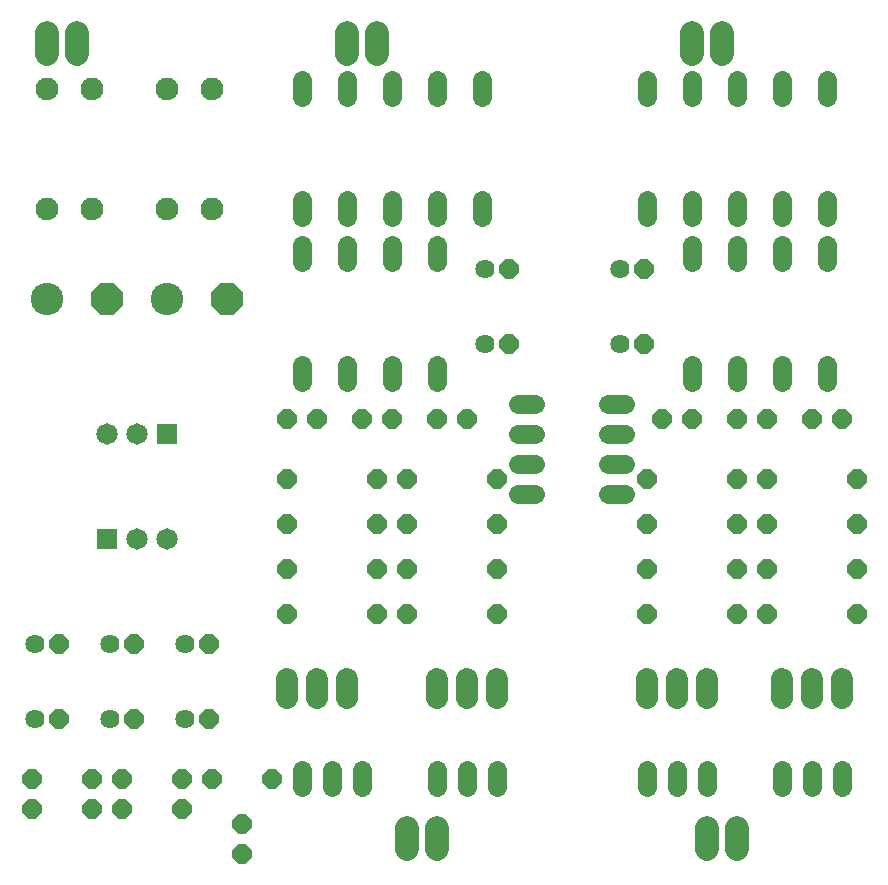
<source format=gts>
G75*
%MOIN*%
%OFA0B0*%
%FSLAX25Y25*%
%IPPOS*%
%LPD*%
%AMOC8*
5,1,8,0,0,1.08239X$1,22.5*
%
%ADD10C,0.10800*%
%ADD11OC8,0.10800*%
%ADD12OC8,0.06400*%
%ADD13C,0.06400*%
%ADD14C,0.07600*%
%ADD15C,0.06400*%
%ADD16C,0.07200*%
%ADD17R,0.07137X0.07137*%
%ADD18C,0.07137*%
%ADD19C,0.07924*%
D10*
X0038342Y0196256D03*
X0078342Y0196256D03*
D11*
X0098342Y0196256D03*
X0058342Y0196256D03*
D12*
X0033342Y0026256D03*
X0033342Y0036256D03*
X0053342Y0036256D03*
X0063342Y0036256D03*
X0063342Y0026256D03*
X0053342Y0026256D03*
X0042342Y0056256D03*
X0067342Y0056256D03*
X0083342Y0036256D03*
X0093342Y0036256D03*
X0083342Y0026256D03*
X0103342Y0021256D03*
X0103342Y0011256D03*
X0113342Y0036256D03*
X0092342Y0056256D03*
X0092342Y0081256D03*
X0067342Y0081256D03*
X0042342Y0081256D03*
X0118342Y0091256D03*
X0118342Y0106256D03*
X0118342Y0121256D03*
X0118342Y0136256D03*
X0118342Y0156256D03*
X0128342Y0156256D03*
X0143342Y0156256D03*
X0153342Y0156256D03*
X0168342Y0156256D03*
X0178342Y0156256D03*
X0188342Y0136256D03*
X0188342Y0121256D03*
X0188342Y0106256D03*
X0188342Y0091256D03*
X0158342Y0091256D03*
X0148342Y0091256D03*
X0148342Y0106256D03*
X0158342Y0106256D03*
X0158342Y0121256D03*
X0148342Y0121256D03*
X0148342Y0136256D03*
X0158342Y0136256D03*
X0192342Y0181256D03*
X0192342Y0206256D03*
X0237342Y0206256D03*
X0237342Y0181256D03*
X0243342Y0156256D03*
X0253342Y0156256D03*
X0268342Y0156256D03*
X0278342Y0156256D03*
X0293342Y0156256D03*
X0303342Y0156256D03*
X0308342Y0136256D03*
X0308342Y0121256D03*
X0308342Y0106256D03*
X0308342Y0091256D03*
X0278342Y0091256D03*
X0268342Y0091256D03*
X0268342Y0106256D03*
X0278342Y0106256D03*
X0278342Y0121256D03*
X0268342Y0121256D03*
X0268342Y0136256D03*
X0278342Y0136256D03*
X0238342Y0136256D03*
X0238342Y0121256D03*
X0238342Y0106256D03*
X0238342Y0091256D03*
D13*
X0229342Y0181256D03*
X0229342Y0206256D03*
X0184342Y0206256D03*
X0184342Y0181256D03*
X0084342Y0081256D03*
X0084342Y0056256D03*
X0059342Y0056256D03*
X0059342Y0081256D03*
X0034342Y0081256D03*
X0034342Y0056256D03*
D14*
X0038342Y0226256D03*
X0053342Y0226256D03*
X0078342Y0226256D03*
X0093342Y0226256D03*
X0093342Y0266256D03*
X0078342Y0266256D03*
X0053342Y0266256D03*
X0038342Y0266256D03*
D15*
X0123342Y0269056D02*
X0123342Y0263456D01*
X0138342Y0263456D02*
X0138342Y0269056D01*
X0153342Y0269056D02*
X0153342Y0263456D01*
X0168342Y0263456D02*
X0168342Y0269056D01*
X0183342Y0269056D02*
X0183342Y0263456D01*
X0183342Y0229056D02*
X0183342Y0223456D01*
X0168342Y0223456D02*
X0168342Y0229056D01*
X0168342Y0214056D02*
X0168342Y0208456D01*
X0153342Y0208456D02*
X0153342Y0214056D01*
X0153342Y0223456D02*
X0153342Y0229056D01*
X0138342Y0229056D02*
X0138342Y0223456D01*
X0138342Y0214056D02*
X0138342Y0208456D01*
X0123342Y0208456D02*
X0123342Y0214056D01*
X0123342Y0223456D02*
X0123342Y0229056D01*
X0123342Y0174056D02*
X0123342Y0168456D01*
X0138342Y0168456D02*
X0138342Y0174056D01*
X0153342Y0174056D02*
X0153342Y0168456D01*
X0168342Y0168456D02*
X0168342Y0174056D01*
X0195542Y0161256D02*
X0201142Y0161256D01*
X0201142Y0151256D02*
X0195542Y0151256D01*
X0195542Y0141256D02*
X0201142Y0141256D01*
X0201142Y0131256D02*
X0195542Y0131256D01*
X0225542Y0131256D02*
X0231142Y0131256D01*
X0231142Y0141256D02*
X0225542Y0141256D01*
X0225542Y0151256D02*
X0231142Y0151256D01*
X0231142Y0161256D02*
X0225542Y0161256D01*
X0253342Y0168456D02*
X0253342Y0174056D01*
X0268342Y0174056D02*
X0268342Y0168456D01*
X0283342Y0168456D02*
X0283342Y0174056D01*
X0298342Y0174056D02*
X0298342Y0168456D01*
X0298342Y0208456D02*
X0298342Y0214056D01*
X0298342Y0223456D02*
X0298342Y0229056D01*
X0283342Y0229056D02*
X0283342Y0223456D01*
X0283342Y0214056D02*
X0283342Y0208456D01*
X0268342Y0208456D02*
X0268342Y0214056D01*
X0268342Y0223456D02*
X0268342Y0229056D01*
X0253342Y0229056D02*
X0253342Y0223456D01*
X0253342Y0214056D02*
X0253342Y0208456D01*
X0238342Y0223456D02*
X0238342Y0229056D01*
X0238342Y0263456D02*
X0238342Y0269056D01*
X0253342Y0269056D02*
X0253342Y0263456D01*
X0268342Y0263456D02*
X0268342Y0269056D01*
X0283342Y0269056D02*
X0283342Y0263456D01*
X0298342Y0263456D02*
X0298342Y0269056D01*
X0303342Y0039056D02*
X0303342Y0033456D01*
X0293342Y0033456D02*
X0293342Y0039056D01*
X0283342Y0039056D02*
X0283342Y0033456D01*
X0258342Y0033456D02*
X0258342Y0039056D01*
X0248342Y0039056D02*
X0248342Y0033456D01*
X0238342Y0033456D02*
X0238342Y0039056D01*
X0188342Y0039056D02*
X0188342Y0033456D01*
X0178342Y0033456D02*
X0178342Y0039056D01*
X0168342Y0039056D02*
X0168342Y0033456D01*
X0143342Y0033456D02*
X0143342Y0039056D01*
X0133342Y0039056D02*
X0133342Y0033456D01*
X0123342Y0033456D02*
X0123342Y0039056D01*
D16*
X0128342Y0063056D02*
X0128342Y0069456D01*
X0138342Y0069456D02*
X0138342Y0063056D01*
X0118342Y0063056D02*
X0118342Y0069456D01*
X0168342Y0069456D02*
X0168342Y0063056D01*
X0178342Y0063056D02*
X0178342Y0069456D01*
X0188342Y0069456D02*
X0188342Y0063056D01*
X0238342Y0063056D02*
X0238342Y0069456D01*
X0248342Y0069456D02*
X0248342Y0063056D01*
X0258342Y0063056D02*
X0258342Y0069456D01*
X0283342Y0069456D02*
X0283342Y0063056D01*
X0293342Y0063056D02*
X0293342Y0069456D01*
X0303342Y0069456D02*
X0303342Y0063056D01*
D17*
X0078342Y0151256D03*
X0058342Y0116256D03*
D18*
X0068342Y0116256D03*
X0078342Y0116256D03*
X0068342Y0151256D03*
X0058342Y0151256D03*
D19*
X0048342Y0277694D02*
X0048342Y0284818D01*
X0038342Y0284818D02*
X0038342Y0277694D01*
X0138342Y0277694D02*
X0138342Y0284818D01*
X0148342Y0284818D02*
X0148342Y0277694D01*
X0253342Y0277694D02*
X0253342Y0284818D01*
X0263342Y0284818D02*
X0263342Y0277694D01*
X0258342Y0019818D02*
X0258342Y0012694D01*
X0268342Y0012694D02*
X0268342Y0019818D01*
X0168342Y0019818D02*
X0168342Y0012694D01*
X0158342Y0012694D02*
X0158342Y0019818D01*
M02*

</source>
